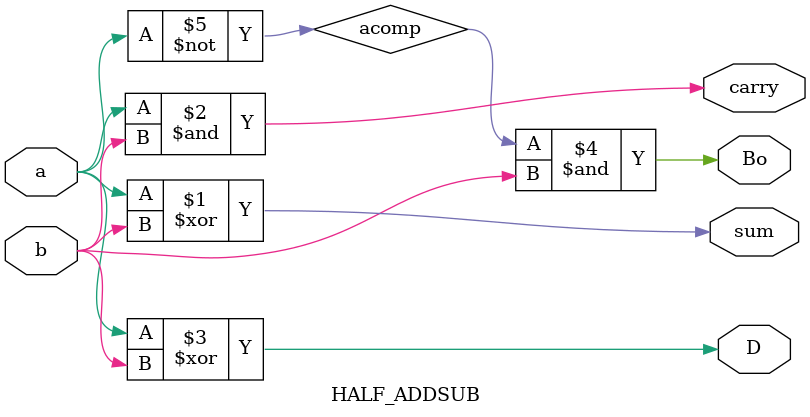
<source format=v>
module HALF_ADDSUB(a,b,sum,carry,D,Bo);
input a,b;
output sum,carry,D,Bo; // Outputs sum and carry for half adder:Outputs difference D,Borrow Bo for half subtractor
xor (sum,a,b);
and (carry,a,b);
wire acomp;
not (acomp,a);
xor (D,a,b);
and(Bo,acomp,b);
endmodule

</source>
